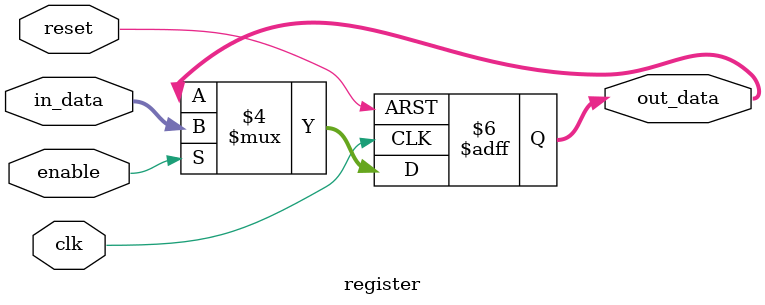
<source format=v>
module register
#(
  parameter N=32
)
(
  input clk,
  input reset,
  input enable,
  input [N-1:0] in_data,
  output reg [N-1:0] out_data
);

  always@(negedge reset or negedge clk)
  begin
    if(reset==0)
      out_data <= 0;
    else  
      if(enable==1)
        out_data <= in_data;
  end

endmodule

</source>
